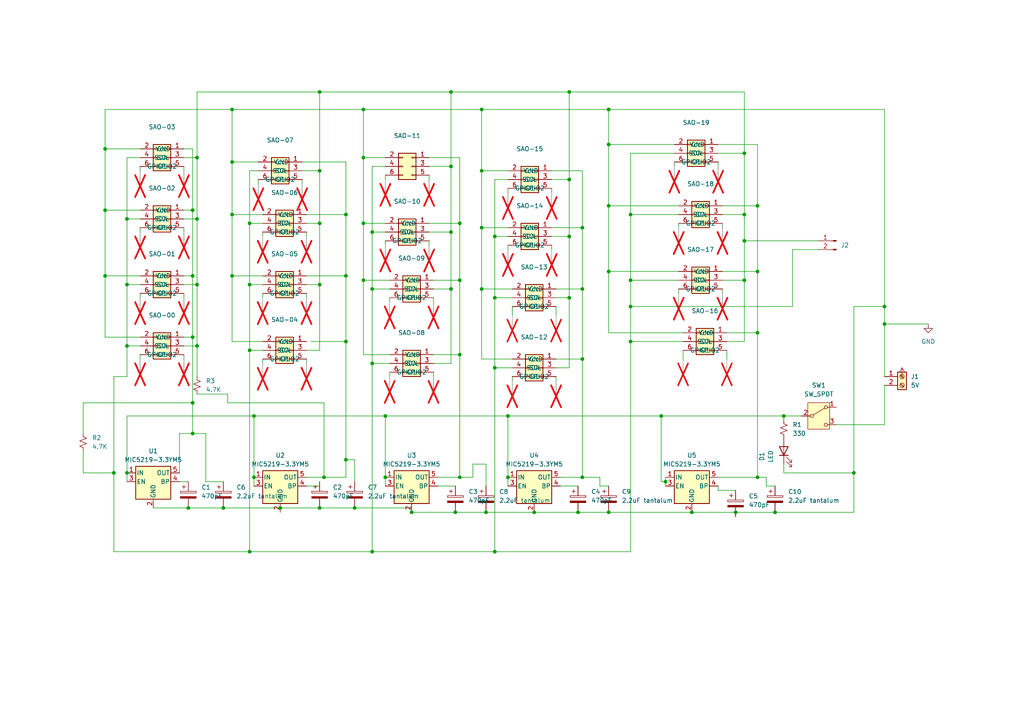
<source format=kicad_sch>
(kicad_sch (version 20231120) (generator "eeschema") (generator_version "8.0")
  (paper "A4")
  (junction (at 165.1 52.07))
  (junction (at 168.91 138.43))
  (junction (at 54.61 147.32))
  (junction (at 165.1 68.58))
  (junction (at 93.98 138.43))
  (junction (at 176.53 41.91))
  (junction (at 176.53 78.74))
  (junction (at 176.53 148.59))
  (junction (at 191.77 120.65))
  (junction (at 73.66 138.43))
  (junction (at 219.71 138.43))
  (junction (at 57.15 45.72))
  (junction (at 147.32 138.43))
  (junction (at 227.33 120.65))
  (junction (at 168.91 66.04))
  (junction (at 105.41 64.77))
  (junction (at 154.94 148.59))
  (junction (at 100.33 133.35))
  (junction (at 139.7 83.82))
  (junction (at 130.81 83.82))
  (junction (at 182.88 99.06))
  (junction (at 224.79 148.59))
  (junction (at 256.54 93.98))
  (junction (at 139.7 31.75))
  (junction (at 182.88 62.23))
  (junction (at 72.39 160.02))
  (junction (at 55.88 125.73))
  (junction (at 133.35 102.87))
  (junction (at 100.33 99.06))
  (junction (at 215.9 62.23))
  (junction (at 119.38 148.59))
  (junction (at 105.41 45.72))
  (junction (at 100.33 62.23))
  (junction (at 57.15 63.5))
  (junction (at 215.9 69.85))
  (junction (at 92.71 49.53))
  (junction (at 215.9 81.28))
  (junction (at 111.76 138.43))
  (junction (at 30.48 43.18))
  (junction (at 133.35 81.28))
  (junction (at 176.53 59.69))
  (junction (at 133.35 64.77))
  (junction (at 111.76 120.65))
  (junction (at 132.08 148.59))
  (junction (at 92.71 64.77))
  (junction (at 73.66 120.65))
  (junction (at 256.54 88.9))
  (junction (at 143.51 106.68))
  (junction (at 57.15 100.33))
  (junction (at 107.95 105.41))
  (junction (at 36.83 137.16))
  (junction (at 219.71 78.74))
  (junction (at 92.71 26.67))
  (junction (at 130.81 26.67))
  (junction (at 107.95 160.02))
  (junction (at 105.41 31.75))
  (junction (at 55.88 80.01))
  (junction (at 92.71 82.55))
  (junction (at 36.83 100.33))
  (junction (at 219.71 59.69))
  (junction (at 147.32 120.65))
  (junction (at 182.88 81.28))
  (junction (at 168.91 104.14))
  (junction (at 219.71 96.52))
  (junction (at 36.83 82.55))
  (junction (at 30.48 60.96))
  (junction (at 143.51 160.02))
  (junction (at 215.9 44.45))
  (junction (at 176.53 31.75))
  (junction (at 143.51 86.36))
  (junction (at 140.97 148.59))
  (junction (at 81.28 147.32))
  (junction (at 139.7 49.53))
  (junction (at 105.41 81.28))
  (junction (at 55.88 60.96))
  (junction (at 167.64 148.59))
  (junction (at 200.66 148.59))
  (junction (at 36.83 63.5))
  (junction (at 193.04 139.7))
  (junction (at 67.31 46.99))
  (junction (at 165.1 86.36))
  (junction (at 130.81 67.31))
  (junction (at 67.31 62.23))
  (junction (at 55.88 97.79))
  (junction (at 130.81 48.26))
  (junction (at 55.88 116.84))
  (junction (at 67.31 80.01))
  (junction (at 182.88 88.9))
  (junction (at 168.91 83.82))
  (junction (at 72.39 82.55))
  (junction (at 102.87 147.32))
  (junction (at 64.77 147.32))
  (junction (at 72.39 64.77))
  (junction (at 67.31 31.75))
  (junction (at 57.15 82.55))
  (junction (at 72.39 101.6))
  (junction (at 247.65 137.16))
  (junction (at 165.1 26.67))
  (junction (at 100.33 80.01))
  (junction (at 213.36 148.59))
  (junction (at 33.02 137.16))
  (junction (at 107.95 83.82))
  (junction (at 133.35 138.43))
  (junction (at 92.71 147.32))
  (junction (at 107.95 67.31))
  (junction (at 30.48 80.01))
  (junction (at 143.51 68.58))
  (junction (at 139.7 66.04))
  (wire (pts (xy 139.7 49.53) (xy 139.7 66.04)))
  (wire (pts (xy 53.34 102.87) (xy 53.34 104.14)))
  (wire (pts (xy 143.51 68.58) (xy 147.32 68.58)))
  (wire (pts (xy 165.1 68.58) (xy 165.1 86.36)))
  (wire (pts (xy 111.76 45.72) (xy 105.41 45.72)))
  (wire (pts (xy 160.02 54.61) (xy 160.02 55.88)))
  (wire (pts (xy 107.95 48.26) (xy 107.95 67.31)))
  (wire (pts (xy 182.88 99.06) (xy 182.88 160.02)))
  (wire (pts (xy 30.48 43.18) (xy 40.64 43.18)))
  (wire (pts (xy 247.65 148.59) (xy 247.65 137.16)))
  (wire (pts (xy 81.28 147.32) (xy 92.71 147.32)))
  (wire (pts (xy 111.76 138.43) (xy 111.76 140.97)))
  (wire (pts (xy 176.53 96.52) (xy 176.53 78.74)))
  (wire (pts (xy 182.88 88.9) (xy 182.88 81.28)))
  (wire (pts (xy 119.38 147.32) (xy 119.38 148.59)))
  (wire (pts (xy 40.64 97.79) (xy 30.48 97.79)))
  (wire (pts (xy 107.95 48.26) (xy 111.76 48.26)))
  (wire (pts (xy 107.95 105.41) (xy 113.03 105.41)))
  (wire (pts (xy 140.97 148.59) (xy 154.94 148.59)))
  (wire (pts (xy 215.9 62.23) (xy 215.9 44.45)))
  (wire (pts (xy 209.55 62.23) (xy 215.9 62.23)))
  (wire (pts (xy 36.83 82.55) (xy 40.64 82.55)))
  (wire (pts (xy 143.51 52.07) (xy 143.51 68.58)))
  (wire (pts (xy 107.95 83.82) (xy 107.95 105.41)))
  (wire (pts (xy 219.71 78.74) (xy 219.71 96.52)))
  (wire (pts (xy 182.88 99.06) (xy 198.12 99.06)))
  (wire (pts (xy 227.33 134.62) (xy 227.33 137.16)))
  (wire (pts (xy 72.39 49.53) (xy 72.39 64.77)))
  (wire (pts (xy 36.83 63.5) (xy 36.83 82.55)))
  (wire (pts (xy 143.51 106.68) (xy 148.59 106.68)))
  (wire (pts (xy 73.66 138.43) (xy 73.66 140.97)))
  (wire (pts (xy 182.88 88.9) (xy 229.87 88.9)))
  (wire (pts (xy 229.87 72.39) (xy 237.49 72.39)))
  (wire (pts (xy 176.53 148.59) (xy 200.66 148.59)))
  (wire (pts (xy 191.77 139.7) (xy 191.77 120.65)))
  (wire (pts (xy 87.63 52.07) (xy 87.63 53.34)))
  (wire (pts (xy 147.32 138.43) (xy 147.32 140.97)))
  (wire (pts (xy 165.1 52.07) (xy 165.1 68.58)))
  (wire (pts (xy 74.93 46.99) (xy 67.31 46.99)))
  (wire (pts (xy 53.34 66.04) (xy 53.34 67.31)))
  (wire (pts (xy 208.28 46.99) (xy 208.28 48.26)))
  (wire (pts (xy 53.34 97.79) (xy 55.88 97.79)))
  (wire (pts (xy 130.81 67.31) (xy 130.81 83.82)))
  (wire (pts (xy 100.33 99.06) (xy 100.33 80.01)))
  (wire (pts (xy 36.83 45.72) (xy 36.83 63.5)))
  (wire (pts (xy 125.73 86.36) (xy 125.73 87.63)))
  (wire (pts (xy 36.83 63.5) (xy 40.64 63.5)))
  (wire (pts (xy 191.77 120.65) (xy 227.33 120.65)))
  (wire (pts (xy 224.79 140.97) (xy 222.25 140.97)))
  (wire (pts (xy 168.91 83.82) (xy 168.91 104.14)))
  (wire (pts (xy 57.15 114.3) (xy 66.04 114.3)))
  (wire (pts (xy 160.02 71.12) (xy 160.02 72.39)))
  (wire (pts (xy 168.91 138.43) (xy 173.99 138.43)))
  (wire (pts (xy 88.9 104.14) (xy 88.9 105.41)))
  (wire (pts (xy 33.02 137.16) (xy 24.13 137.16)))
  (wire (pts (xy 33.02 137.16) (xy 33.02 160.02)))
  (wire (pts (xy 213.36 148.59) (xy 224.79 148.59)))
  (wire (pts (xy 40.64 85.09) (xy 40.64 86.36)))
  (wire (pts (xy 55.88 97.79) (xy 55.88 116.84)))
  (wire (pts (xy 57.15 26.67) (xy 92.71 26.67)))
  (wire (pts (xy 125.73 83.82) (xy 130.81 83.82)))
  (wire (pts (xy 176.53 59.69) (xy 176.53 41.91)))
  (wire (pts (xy 57.15 26.67) (xy 57.15 45.72)))
  (wire (pts (xy 72.39 64.77) (xy 72.39 82.55)))
  (wire (pts (xy 67.31 80.01) (xy 67.31 62.23)))
  (wire (pts (xy 53.34 45.72) (xy 57.15 45.72)))
  (wire (pts (xy 111.76 50.8) (xy 111.76 52.07)))
  (wire (pts (xy 165.1 106.68) (xy 161.29 106.68)))
  (wire (pts (xy 24.13 116.84) (xy 55.88 116.84)))
  (wire (pts (xy 139.7 83.82) (xy 139.7 66.04)))
  (wire (pts (xy 88.9 138.43) (xy 93.98 138.43)))
  (wire (pts (xy 33.02 109.22) (xy 33.02 137.16)))
  (wire (pts (xy 124.46 64.77) (xy 133.35 64.77)))
  (wire (pts (xy 161.29 109.22) (xy 161.29 110.49)))
  (wire (pts (xy 55.88 43.18) (xy 55.88 60.96)))
  (wire (pts (xy 198.12 101.6) (xy 198.12 104.14)))
  (wire (pts (xy 208.28 41.91) (xy 219.71 41.91)))
  (wire (pts (xy 107.95 105.41) (xy 107.95 160.02)))
  (wire (pts (xy 111.76 69.85) (xy 111.76 71.12)))
  (wire (pts (xy 195.58 46.99) (xy 195.58 48.26)))
  (wire (pts (xy 53.34 82.55) (xy 57.15 82.55)))
  (wire (pts (xy 102.87 133.35) (xy 100.33 133.35)))
  (wire (pts (xy 176.53 140.97) (xy 173.99 140.97)))
  (wire (pts (xy 208.28 142.24) (xy 208.28 140.97)))
  (wire (pts (xy 88.9 64.77) (xy 92.71 64.77)))
  (wire (pts (xy 72.39 101.6) (xy 76.2 101.6)))
  (wire (pts (xy 209.55 83.82) (xy 209.55 85.09)))
  (wire (pts (xy 52.07 125.73) (xy 52.07 137.16)))
  (wire (pts (xy 140.97 140.97) (xy 140.97 134.62)))
  (wire (pts (xy 227.33 120.65) (xy 232.41 120.65)))
  (wire (pts (xy 105.41 64.77) (xy 105.41 81.28)))
  (wire (pts (xy 67.31 62.23) (xy 67.31 46.99)))
  (wire (pts (xy 213.36 142.24) (xy 208.28 142.24)))
  (wire (pts (xy 176.53 41.91) (xy 195.58 41.91)))
  (wire (pts (xy 64.77 147.32) (xy 81.28 147.32)))
  (wire (pts (xy 33.02 160.02) (xy 72.39 160.02)))
  (wire (pts (xy 196.85 62.23) (xy 182.88 62.23)))
  (wire (pts (xy 182.88 62.23) (xy 182.88 81.28)))
  (wire (pts (xy 143.51 86.36) (xy 143.51 106.68)))
  (wire (pts (xy 66.04 114.3) (xy 66.04 116.84)))
  (wire (pts (xy 107.95 67.31) (xy 107.95 83.82)))
  (wire (pts (xy 92.71 147.32) (xy 102.87 147.32)))
  (wire (pts (xy 102.87 147.32) (xy 119.38 147.32)))
  (wire (pts (xy 113.03 107.95) (xy 113.03 109.22)))
  (wire (pts (xy 64.77 139.7) (xy 59.69 139.7)))
  (wire (pts (xy 147.32 54.61) (xy 147.32 55.88)))
  (wire (pts (xy 113.03 81.28) (xy 105.41 81.28)))
  (wire (pts (xy 161.29 86.36) (xy 165.1 86.36)))
  (wire (pts (xy 30.48 60.96) (xy 30.48 43.18)))
  (wire (pts (xy 143.51 86.36) (xy 148.59 86.36)))
  (wire (pts (xy 76.2 62.23) (xy 67.31 62.23)))
  (wire (pts (xy 256.54 93.98) (xy 256.54 109.22)))
  (wire (pts (xy 133.35 81.28) (xy 133.35 102.87)))
  (wire (pts (xy 133.35 102.87) (xy 133.35 138.43)))
  (wire (pts (xy 105.41 45.72) (xy 105.41 31.75)))
  (wire (pts (xy 130.81 48.26) (xy 130.81 67.31)))
  (wire (pts (xy 168.91 49.53) (xy 160.02 49.53)))
  (wire (pts (xy 100.33 99.06) (xy 100.33 133.35)))
  (wire (pts (xy 105.41 102.87) (xy 105.41 81.28)))
  (wire (pts (xy 119.38 148.59) (xy 132.08 148.59)))
  (wire (pts (xy 140.97 134.62) (xy 137.16 134.62)))
  (wire (pts (xy 182.88 81.28) (xy 196.85 81.28)))
  (wire (pts (xy 55.88 80.01) (xy 55.88 97.79)))
  (wire (pts (xy 208.28 138.43) (xy 219.71 138.43)))
  (wire (pts (xy 125.73 105.41) (xy 130.81 105.41)))
  (wire (pts (xy 176.53 78.74) (xy 176.53 59.69)))
  (wire (pts (xy 88.9 101.6) (xy 92.71 101.6)))
  (wire (pts (xy 161.29 88.9) (xy 161.29 91.44)))
  (wire (pts (xy 44.45 147.32) (xy 54.61 147.32)))
  (wire (pts (xy 160.02 68.58) (xy 165.1 68.58)))
  (wire (pts (xy 72.39 82.55) (xy 72.39 101.6)))
  (wire (pts (xy 173.99 140.97) (xy 173.99 138.43)))
  (wire (pts (xy 161.29 83.82) (xy 168.91 83.82)))
  (wire (pts (xy 36.83 120.65) (xy 36.83 137.16)))
  (wire (pts (xy 36.83 100.33) (xy 40.64 100.33)))
  (wire (pts (xy 36.83 45.72) (xy 40.64 45.72)))
  (wire (pts (xy 215.9 99.06) (xy 215.9 81.28)))
  (wire (pts (xy 219.71 41.91) (xy 219.71 59.69)))
  (wire (pts (xy 124.46 69.85) (xy 124.46 71.12)))
  (wire (pts (xy 137.16 134.62) (xy 137.16 138.43)))
  (wire (pts (xy 165.1 26.67) (xy 215.9 26.67)))
  (wire (pts (xy 229.87 88.9) (xy 229.87 72.39)))
  (wire (pts (xy 36.83 137.16) (xy 36.83 139.7)))
  (wire (pts (xy 76.2 80.01) (xy 67.31 80.01)))
  (wire (pts (xy 127 138.43) (xy 133.35 138.43)))
  (wire (pts (xy 196.85 83.82) (xy 196.85 85.09)))
  (wire (pts (xy 53.34 100.33) (xy 57.15 100.33)))
  (wire (pts (xy 143.51 160.02) (xy 182.88 160.02)))
  (wire (pts (xy 53.34 80.01) (xy 55.88 80.01)))
  (wire (pts (xy 209.55 64.77) (xy 209.55 66.04)))
  (wire (pts (xy 130.81 26.67) (xy 165.1 26.67)))
  (wire (pts (xy 133.35 64.77) (xy 133.35 81.28)))
  (wire (pts (xy 130.81 83.82) (xy 130.81 105.41)))
  (wire (pts (xy 67.31 46.99) (xy 67.31 31.75)))
  (wire (pts (xy 100.33 46.99) (xy 100.33 62.23)))
  (wire (pts (xy 55.88 116.84) (xy 55.88 125.73)))
  (wire (pts (xy 107.95 83.82) (xy 113.03 83.82)))
  (wire (pts (xy 55.88 125.73) (xy 52.07 125.73)))
  (wire (pts (xy 193.04 139.7) (xy 191.77 139.7)))
  (wire (pts (xy 160.02 52.07) (xy 165.1 52.07)))
  (wire (pts (xy 73.66 138.43) (xy 73.66 120.65)))
  (wire (pts (xy 67.31 99.06) (xy 67.31 80.01)))
  (wire (pts (xy 219.71 96.52) (xy 219.71 138.43)))
  (wire (pts (xy 176.53 31.75) (xy 256.54 31.75)))
  (wire (pts (xy 87.63 46.99) (xy 100.33 46.99)))
  (wire (pts (xy 247.65 88.9) (xy 256.54 88.9)))
  (wire (pts (xy 52.07 139.7) (xy 54.61 139.7)))
  (wire (pts (xy 210.82 96.52) (xy 219.71 96.52)))
  (wire (pts (xy 111.76 64.77) (xy 105.41 64.77)))
  (wire (pts (xy 209.55 78.74) (xy 219.71 78.74)))
  (wire (pts (xy 161.29 104.14) (xy 168.91 104.14)))
  (wire (pts (xy 208.28 44.45) (xy 215.9 44.45)))
  (wire (pts (xy 105.41 45.72) (xy 105.41 64.77)))
  (wire (pts (xy 92.71 140.97) (xy 92.71 139.7)))
  (wire (pts (xy 215.9 62.23) (xy 215.9 69.85)))
  (wire (pts (xy 139.7 31.75) (xy 139.7 49.53)))
  (wire (pts (xy 36.83 82.55) (xy 36.83 100.33)))
  (wire (pts (xy 53.34 85.09) (xy 53.34 86.36)))
  (wire (pts (xy 59.69 139.7) (xy 59.69 125.73)))
  (wire (pts (xy 196.85 64.77) (xy 196.85 66.04)))
  (wire (pts (xy 148.59 104.14) (xy 139.7 104.14)))
  (wire (pts (xy 88.9 67.31) (xy 88.9 68.58)))
  (wire (pts (xy 40.64 66.04) (xy 40.64 67.31)))
  (wire (pts (xy 165.1 86.36) (xy 165.1 106.68)))
  (wire (pts (xy 36.83 109.22) (xy 33.02 109.22)))
  (wire (pts (xy 57.15 45.72) (xy 57.15 63.5)))
  (wire (pts (xy 73.66 120.65) (xy 111.76 120.65)))
  (wire (pts (xy 88.9 140.97) (xy 92.71 140.97)))
  (wire (pts (xy 193.04 139.7) (xy 193.04 140.97)))
  (wire (pts (xy 53.34 63.5) (xy 57.15 63.5)))
  (wire (pts (xy 148.59 88.9) (xy 148.59 91.44)))
  (wire (pts (xy 139.7 49.53) (xy 147.32 49.53)))
  (wire (pts (xy 73.66 120.65) (xy 36.83 120.65)))
  (wire (pts (xy 147.32 120.65) (xy 147.32 138.43)))
  (wire (pts (xy 88.9 62.23) (xy 100.33 62.23)))
  (wire (pts (xy 125.73 81.28) (xy 133.35 81.28)))
  (wire (pts (xy 209.55 81.28) (xy 215.9 81.28)))
  (wire (pts (xy 256.54 123.19) (xy 256.54 111.76)))
  (wire (pts (xy 222.25 138.43) (xy 222.25 140.97)))
  (wire (pts (xy 162.56 140.97) (xy 167.64 140.97)))
  (wire (pts (xy 139.7 31.75) (xy 176.53 31.75)))
  (wire (pts (xy 200.66 148.59) (xy 213.36 148.59)))
  (wire (pts (xy 209.55 59.69) (xy 219.71 59.69)))
  (wire (pts (xy 100.33 80.01) (xy 88.9 80.01)))
  (wire (pts (xy 176.53 59.69) (xy 196.85 59.69)))
  (wire (pts (xy 227.33 137.16) (xy 247.65 137.16)))
  (wire (pts (xy 76.2 67.31) (xy 76.2 68.58)))
  (wire (pts (xy 256.54 88.9) (xy 256.54 93.98)))
  (wire (pts (xy 215.9 69.85) (xy 237.49 69.85)))
  (wire (pts (xy 168.91 66.04) (xy 168.91 49.53)))
  (wire (pts (xy 195.58 44.45) (xy 182.88 44.45)))
  (wire (pts (xy 127 140.97) (xy 132.08 140.97)))
  (wire (pts (xy 162.56 138.43) (xy 168.91 138.43)))
  (wire (pts (xy 57.15 100.33) (xy 57.15 109.22)))
  (wire (pts (xy 72.39 160.02) (xy 107.95 160.02)))
  (wire (pts (xy 57.15 63.5) (xy 57.15 82.55)))
  (wire (pts (xy 215.9 69.85) (xy 215.9 81.28)))
  (wire (pts (xy 247.65 137.16) (xy 247.65 88.9)))
  (wire (pts (xy 193.04 138.43) (xy 193.04 139.7)))
  (wire (pts (xy 92.71 49.53) (xy 92.71 64.77)))
  (wire (pts (xy 24.13 116.84) (xy 24.13 125.73)))
  (wire (pts (xy 40.64 80.01) (xy 30.48 80.01)))
  (wire (pts (xy 176.53 78.74) (xy 196.85 78.74)))
  (wire (pts (xy 30.48 31.75) (xy 67.31 31.75)))
  (wire (pts (xy 76.2 99.06) (xy 67.31 99.06)))
  (wire (pts (xy 219.71 59.69) (xy 219.71 78.74)))
  (wire (pts (xy 72.39 64.77) (xy 76.2 64.77)))
  (wire (pts (xy 100.33 62.23) (xy 100.33 80.01)))
  (wire (pts (xy 113.03 86.36) (xy 113.03 87.63)))
  (wire (pts (xy 182.88 44.45) (xy 182.88 62.23)))
  (wire (pts (xy 242.57 123.19) (xy 256.54 123.19)))
  (wire (pts (xy 76.2 104.14) (xy 76.2 105.41)))
  (wire (pts (xy 133.35 138.43) (xy 137.16 138.43)))
  (wire (pts (xy 102.87 139.7) (xy 102.87 133.35)))
  (wire (pts (xy 30.48 80.01) (xy 30.48 60.96)))
  (wire (pts (xy 139.7 66.04) (xy 147.32 66.04)))
  (wire (pts (xy 53.34 60.96) (xy 55.88 60.96)))
  (wire (pts (xy 40.64 48.26) (xy 40.64 49.53)))
  (wire (pts (xy 215.9 44.45) (xy 215.9 26.67)))
  (wire (pts (xy 213.36 148.59) (xy 213.36 149.86)))
  (wire (pts (xy 182.88 99.06) (xy 182.88 88.9)))
  (wire (pts (xy 30.48 97.79) (xy 30.48 80.01)))
  (wire (pts (xy 227.33 120.65) (xy 227.33 121.92)))
  (wire (pts (xy 219.71 138.43) (xy 222.25 138.43)))
  (wire (pts (xy 81.28 147.32) (xy 81.28 148.59)))
  (wire (pts (xy 40.64 102.87) (xy 40.64 104.14)))
  (wire (pts (xy 55.88 60.96) (xy 55.88 80.01)))
  (wire (pts (xy 165.1 26.67) (xy 165.1 52.07)))
  (wire (pts (xy 124.46 50.8) (xy 124.46 52.07)))
  (wire (pts (xy 87.63 49.53) (xy 92.71 49.53)))
  (wire (pts (xy 256.54 31.75) (xy 256.54 88.9)))
  (wire (pts (xy 66.04 116.84) (xy 93.98 116.84)))
  (wire (pts (xy 210.82 99.06) (xy 215.9 99.06)))
  (wire (pts (xy 72.39 101.6) (xy 72.39 160.02)))
  (wire (pts (xy 30.48 31.75) (xy 30.48 43.18)))
  (wire (pts (xy 113.03 102.87) (xy 105.41 102.87)))
  (wire (pts (xy 132.08 148.59) (xy 140.97 148.59)))
  (wire (pts (xy 154.94 148.59) (xy 167.64 148.59)))
  (wire (pts (xy 93.98 116.84) (xy 93.98 138.43)))
  (wire (pts (xy 74.93 52.07) (xy 74.93 53.34)))
  (wire (pts (xy 92.71 26.67) (xy 92.71 49.53)))
  (wire (pts (xy 147.32 120.65) (xy 191.77 120.65)))
  (wire (pts (xy 167.64 148.59) (xy 176.53 148.59)))
  (wire (pts (xy 124.46 45.72) (xy 133.35 45.72)))
  (wire (pts (xy 36.83 100.33) (xy 36.83 109.22)))
  (wire (pts (xy 124.46 67.31) (xy 130.81 67.31)))
  (wire (pts (xy 160.02 66.04) (xy 168.91 66.04)))
  (wire (pts (xy 54.61 147.32) (xy 64.77 147.32)))
  (wire (pts (xy 210.82 101.6) (xy 210.82 104.14)))
  (wire (pts (xy 76.2 85.09) (xy 76.2 86.36)))
  (wire (pts (xy 72.39 49.53) (xy 74.93 49.53)))
  (wire (pts (xy 130.81 26.67) (xy 130.81 48.26)))
  (wire (pts (xy 125.73 102.87) (xy 133.35 102.87)))
  (wire (pts (xy 92.71 26.67) (xy 130.81 26.67)))
  (wire (pts (xy 168.91 104.14) (xy 168.91 138.43)))
  (wire (pts (xy 92.71 64.77) (xy 92.71 82.55)))
  (wire (pts (xy 67.31 31.75) (xy 105.41 31.75)))
  (wire (pts (xy 24.13 137.16) (xy 24.13 130.81)))
  (wire (pts (xy 176.53 41.91) (xy 176.53 31.75)))
  (wire (pts (xy 53.34 48.26) (xy 53.34 49.53)))
  (wire (pts (xy 168.91 83.82) (xy 168.91 66.04)))
  (wire (pts (xy 111.76 120.65) (xy 111.76 138.43)))
  (wire (pts (xy 198.12 96.52) (xy 176.53 96.52)))
  (wire (pts (xy 53.34 43.18) (xy 55.88 43.18)))
  (wire (pts (xy 133.35 45.72) (xy 133.35 64.77)))
  (wire (pts (xy 148.59 109.22) (xy 148.59 110.49)))
  (wire (pts (xy 139.7 104.14) (xy 139.7 83.82)))
  (wire (pts (xy 93.98 138.43) (xy 100.33 138.43)))
  (wire (pts (xy 269.24 93.98) (xy 256.54 93.98)))
  (wire (pts (xy 147.32 71.12) (xy 147.32 72.39)))
  (wire (pts (xy 107.95 67.31) (xy 111.76 67.31)))
  (wire (pts (xy 224.79 148.59) (xy 247.65 148.59)))
  (wire (pts (xy 107.95 160.02) (xy 143.51 160.02)))
  (wire (pts (xy 100.33 133.35) (xy 100.33 138.43)))
  (wire (pts (xy 139.7 83.82) (xy 148.59 83.82)))
  (wire (pts (xy 57.15 82.55) (xy 57.15 100.33)))
  (wire (pts (xy 111.76 120.65) (xy 147.32 120.65)))
  (wire (pts (xy 88.9 82.55) (xy 92.71 82.55)))
  (wire (pts (xy 92.71 82.55) (xy 92.71 101.6)))
  (wire (pts (xy 143.51 52.07) (xy 147.32 52.07)))
  (wire (pts (xy 59.69 125.73) (xy 55.88 125.73)))
  (wire (pts (xy 143.51 106.68) (xy 143.51 160.02)))
  (wire (pts (xy 72.39 82.55) (xy 76.2 82.55)))
  (wire (pts (xy 105.41 31.75) (xy 139.7 31.75)))
  (wire (pts (xy 90.17 99.06) (xy 100.33 99.06)))
  (wire (pts (xy 125.73 107.95) (xy 125.73 109.22)))
  (wire (pts (xy 124.46 48.26) (xy 130.81 48.26)))
  (wire (pts (xy 40.64 60.96) (xy 30.48 60.96)))
  (wire (pts (xy 143.51 68.58) (xy 143.51 86.36)))
  (wire (pts (xy 88.9 85.09) (xy 88.9 86.36)))
  (symbol (lib_id "Regulator_Linear:MIC5219-3.3YM5") (at 44.45 139.7 0) (unit 1)
    (property "Reference" "U1" (at 44.45 130.81 0))
    (property "Value" "MIC5219-3.3YM5" (at 44.45 133.35 0))
    (property "Footprint" "Package_TO_SOT_SMD:SOT-23-5" (effects (hide yes)))
    (property "Datasheet" "http://ww1.microchip.com/downloads/en/DeviceDoc/MIC5219-500mA-Peak-Output-LDO-Regulator-DS20006021A.pdf" (effects (hide yes)))
    (property "Description" "500mA low dropout linear regulator, fixed 3.3V output, SOT-23-5" (effects (hide yes)))
  )
  (symbol (lib_id "Regulator_Linear:MIC5219-3.3YM5") (at 119.38 140.97 0) (unit 1)
    (property "Reference" "U3" (at 119.38 132.08 0))
    (property "Value" "MIC5219-3.3YM5" (at 119.38 134.62 0))
    (property "Footprint" "Package_TO_SOT_SMD:SOT-23-5" (effects (hide yes)))
    (property "Datasheet" "http://ww1.microchip.com/downloads/en/DeviceDoc/MIC5219-500mA-Peak-Output-LDO-Regulator-DS20006021A.pdf" (effects (hide yes)))
    (property "Description" "500mA low dropout linear regulator, fixed 3.3V output, SOT-23-5" (effects (hide yes)))
  )
  (symbol (lib_name "Conn_01x01_Pin_7") (lib_id "Connector:Conn_01x01_Pin") (at 111.76 76.2 90) (unit 1) (dnp yes)
    (property "Reference" "J23" (effects (hide yes)))
    (property "Value" "Conn_01x01_Pin" (effects (hide yes)))
    (property "Footprint" "Connector_PinHeader_2.54mm:PinHeader_1x01_P2.54mm_Horizontal" (effects (hide yes)))
    (property "Description" "Generic connector, single row, 01x01, script generated" (effects (hide yes)))
  )
  (symbol (lib_name "SAO_1") (lib_id "SAO:SAO") (at 201.93 81.28 0) (unit 1)
    (property "Reference" "SAO-17" (at 203.2 72.39 0))
    (property "Value" "SAO" (effects (hide yes)))
    (property "Footprint" "Connector_PinHeader_2.54mm:PinHeader_2x03_P2.54mm_Vertical" (effects (hide yes)))
  )
  (symbol (lib_id "Device:C_Polarized") (at 213.36 146.05 0) (unit 1)
    (property "Reference" "C5" (at 217.17 143.8909 0) (effects (justify left)))
    (property "Value" "470pF" (at 217.17 146.4309 0) (effects (justify left)))
    (property "Footprint" "Inductor_SMD:L_1008_2520Metric" (effects (hide yes)))
    (property "Description" "Polarized capacitor" (effects (hide yes)))
  )
  (symbol (lib_name "Conn_01x01_Pin_7") (lib_id "Connector:Conn_01x01_Pin") (at 124.46 76.2 90) (unit 1) (dnp yes)
    (property "Reference" "J24" (effects (hide yes)))
    (property "Value" "Conn_01x01_Pin" (effects (hide yes)))
    (property "Footprint" "Connector_PinHeader_2.54mm:PinHeader_1x01_P2.54mm_Horizontal" (effects (hide yes)))
    (property "Description" "Generic connector, single row, 01x01, script generated" (effects (hide yes)))
  )
  (symbol (lib_name "Conn_01x01_Pin_7") (lib_id "Connector:Conn_01x01_Pin") (at 195.58 53.34 90) (unit 1) (dnp yes)
    (property "Reference" "J35" (effects (hide yes)))
    (property "Value" "Conn_01x01_Pin" (effects (hide yes)))
    (property "Footprint" "Connector_PinHeader_2.54mm:PinHeader_1x01_P2.54mm_Horizontal" (effects (hide yes)))
    (property "Description" "Generic connector, single row, 01x01, script generated" (effects (hide yes)))
  )
  (symbol (lib_name "SAO_13") (lib_id "SAO:SAO") (at 116.84 67.31 0) (unit 1)
    (property "Reference" "SAO-10" (at 118.11 58.42 0))
    (property "Value" "SAO" (effects (hide yes)))
    (property "Footprint" "Connector_PinHeader_2.54mm:PinHeader_2x03_P2.54mm_Vertical" (effects (hide yes)))
  )
  (symbol (lib_id "Regulator_Linear:MIC5219-3.3YM5") (at 81.28 140.97 0) (unit 1)
    (property "Reference" "U2" (at 81.28 132.08 0))
    (property "Value" "MIC5219-3.3YM5" (at 81.28 134.62 0))
    (property "Footprint" "Package_TO_SOT_SMD:SOT-23-5" (effects (hide yes)))
    (property "Datasheet" "http://ww1.microchip.com/downloads/en/DeviceDoc/MIC5219-500mA-Peak-Output-LDO-Regulator-DS20006021A.pdf" (effects (hide yes)))
    (property "Description" "500mA low dropout linear regulator, fixed 3.3V output, SOT-23-5" (effects (hide yes)))
  )
  (symbol (lib_name "SAO_8") (lib_id "SAO:SAO") (at 81.28 82.55 0) (unit 1)
    (property "Reference" "SAO-05" (at 82.55 73.66 0))
    (property "Value" "SAO" (effects (hide yes)))
    (property "Footprint" "Connector_PinHeader_2.54mm:PinHeader_2x03_P2.54mm_Vertical" (effects (hide yes)))
  )
  (symbol (lib_id "Connector:Conn_01x01_Pin") (at 40.64 54.61 90) (unit 1) (dnp yes)
    (property "Reference" "J4" (effects (hide yes)))
    (property "Value" "Conn_01x01_Pin" (effects (hide yes)))
    (property "Footprint" "Connector_PinHeader_2.54mm:PinHeader_1x01_P2.54mm_Horizontal" (effects (hide yes)))
    (property "Description" "Generic connector, single row, 01x01, script generated" (effects (hide yes)))
  )
  (symbol (lib_name "Conn_01x01_Pin_7") (lib_id "Connector:Conn_01x01_Pin") (at 87.63 58.42 90) (unit 1) (dnp yes)
    (property "Reference" "J12" (effects (hide yes)))
    (property "Value" "Conn_01x01_Pin" (effects (hide yes)))
    (property "Footprint" "Connector_PinHeader_2.54mm:PinHeader_1x01_P2.54mm_Horizontal" (effects (hide yes)))
    (property "Description" "Generic connector, single row, 01x01, script generated" (effects (hide yes)))
  )
  (symbol (lib_id "Device:C_Polarized") (at 224.79 144.78 0) (unit 1)
    (property "Reference" "C10" (at 228.6 142.6209 0) (effects (justify left)))
    (property "Value" "2.2uF tantalum" (at 228.6 145.1609 0) (effects (justify left)))
    (property "Footprint" "Inductor_SMD:L_1008_2520Metric" (effects (hide yes)))
    (property "Description" "Polarized capacitor" (effects (hide yes)))
  )
  (symbol (lib_name "Conn_01x01_Pin_7") (lib_id "Connector:Conn_01x01_Pin") (at 88.9 73.66 90) (unit 1) (dnp yes)
    (property "Reference" "J13" (effects (hide yes)))
    (property "Value" "Conn_01x01_Pin" (effects (hide yes)))
    (property "Footprint" "Connector_PinHeader_2.54mm:PinHeader_1x01_P2.54mm_Horizontal" (effects (hide yes)))
    (property "Description" "Generic connector, single row, 01x01, script generated" (effects (hide yes)))
  )
  (symbol (lib_name "Conn_01x01_Pin_7") (lib_id "Connector:Conn_01x01_Pin") (at 76.2 91.44 90) (unit 1) (dnp yes)
    (property "Reference" "J15" (effects (hide yes)))
    (property "Value" "Conn_01x01_Pin" (effects (hide yes)))
    (property "Footprint" "Connector_PinHeader_2.54mm:PinHeader_1x01_P2.54mm_Horizontal" (effects (hide yes)))
    (property "Description" "Generic connector, single row, 01x01, script generated" (effects (hide yes)))
  )
  (symbol (lib_id "Regulator_Linear:MIC5219-3.3YM5") (at 154.94 140.97 0) (unit 1)
    (property "Reference" "U4" (at 154.94 132.08 0))
    (property "Value" "MIC5219-3.3YM5" (at 154.94 134.62 0))
    (property "Footprint" "Package_TO_SOT_SMD:SOT-23-5" (effects (hide yes)))
    (property "Datasheet" "http://ww1.microchip.com/downloads/en/DeviceDoc/MIC5219-500mA-Peak-Output-LDO-Regulator-DS20006021A.pdf" (effects (hide yes)))
    (property "Description" "500mA low dropout linear regulator, fixed 3.3V output, SOT-23-5" (effects (hide yes)))
  )
  (symbol (lib_name "Conn_01x01_Pin_7") (lib_id "Connector:Conn_01x01_Pin") (at 209.55 71.12 90) (unit 1) (dnp yes)
    (property "Reference" "J37" (effects (hide yes)))
    (property "Value" "Conn_01x01_Pin" (effects (hide yes)))
    (property "Footprint" "Connector_PinHeader_2.54mm:PinHeader_1x01_P2.54mm_Horizontal" (effects (hide yes)))
    (property "Description" "Generic connector, single row, 01x01, script generated" (effects (hide yes)))
  )
  (symbol (lib_name "Conn_01x01_Pin_7") (lib_id "Connector:Conn_01x01_Pin") (at 210.82 109.22 90) (unit 1) (dnp yes)
    (property "Reference" "J42" (effects (hide yes)))
    (property "Value" "Conn_01x01_Pin" (effects (hide yes)))
    (property "Footprint" "Connector_PinHeader_2.54mm:PinHeader_1x01_P2.54mm_Horizontal" (effects (hide yes)))
    (property "Description" "Generic connector, single row, 01x01, script generated" (effects (hide yes)))
  )
  (symbol (lib_name "Conn_01x01_Pin_7") (lib_id "Connector:Conn_01x01_Pin") (at 160.02 77.47 90) (unit 1) (dnp yes)
    (property "Reference" "J29" (effects (hide yes)))
    (property "Value" "Conn_01x01_Pin" (effects (hide yes)))
    (property "Footprint" "Connector_PinHeader_2.54mm:PinHeader_1x01_P2.54mm_Horizontal" (effects (hide yes)))
    (property "Description" "Generic connector, single row, 01x01, script generated" (effects (hide yes)))
  )
  (symbol (lib_name "SAO_15") (lib_id "SAO:SAO") (at 153.67 86.36 0) (unit 1)
    (property "Reference" "SAO-13" (at 154.94 77.47 0))
    (property "Value" "SAO" (effects (hide yes)))
    (property "Footprint" "Connector_PinHeader_2.54mm:PinHeader_2x03_P2.54mm_Vertical" (effects (hide yes)))
  )
  (symbol (lib_name "SAO_19") (lib_id "SAO:SAO") (at 201.93 62.23 0) (unit 1)
    (property "Reference" "SAO-18" (at 203.2 53.34 0))
    (property "Value" "SAO" (effects (hide yes)))
    (property "Footprint" "Connector_PinHeader_2.54mm:PinHeader_2x03_P2.54mm_Vertical" (effects (hide yes)))
  )
  (symbol (lib_name "SAO_12") (lib_id "SAO:SAO") (at 118.11 83.82 0) (unit 1)
    (property "Reference" "SAO-09" (at 119.38 74.93 0))
    (property "Value" "SAO" (effects (hide yes)))
    (property "Footprint" "Connector_PinHeader_2.54mm:PinHeader_2x03_P2.54mm_Vertical" (effects (hide yes)))
  )
  (symbol (lib_name "Conn_01x01_Pin_6") (lib_id "Connector:Conn_01x01_Pin") (at 53.34 72.39 90) (unit 1) (dnp yes)
    (property "Reference" "J6" (effects (hide yes)))
    (property "Value" "Conn_01x01_Pin" (effects (hide yes)))
    (property "Footprint" "Connector_PinHeader_2.54mm:PinHeader_1x01_P2.54mm_Horizontal" (effects (hide yes)))
    (property "Description" "Generic connector, single row, 01x01, script generated" (effects (hide yes)))
  )
  (symbol (lib_name "Conn_01x01_Pin_7") (lib_id "Connector:Conn_01x01_Pin") (at 161.29 115.57 90) (unit 1) (dnp yes)
    (property "Reference" "J34" (effects (hide yes)))
    (property "Value" "Conn_01x01_Pin" (effects (hide yes)))
    (property "Footprint" "Connector_PinHeader_2.54mm:PinHeader_1x01_P2.54mm_Horizontal" (effects (hide yes)))
    (property "Description" "Generic connector, single row, 01x01, script generated" (effects (hide yes)))
  )
  (symbol (lib_name "Conn_01x01_Pin_7") (lib_id "Connector:Conn_01x01_Pin") (at 198.12 109.22 90) (unit 1) (dnp yes)
    (property "Reference" "J41" (effects (hide yes)))
    (property "Value" "Conn_01x01_Pin" (effects (hide yes)))
    (property "Footprint" "Connector_PinHeader_2.54mm:PinHeader_1x01_P2.54mm_Horizontal" (effects (hide yes)))
    (property "Description" "Generic connector, single row, 01x01, script generated" (effects (hide yes)))
  )
  (symbol (lib_name "Conn_01x01_Pin_7") (lib_id "Connector:Conn_01x01_Pin") (at 124.46 57.15 90) (unit 1) (dnp yes)
    (property "Reference" "J25" (effects (hide yes)))
    (property "Value" "Conn_01x01_Pin" (effects (hide yes)))
    (property "Footprint" "Connector_PinHeader_2.54mm:PinHeader_1x01_P2.54mm_Horizontal" (effects (hide yes)))
    (property "Description" "Generic connector, single row, 01x01, script generated" (effects (hide yes)))
  )
  (symbol (lib_id "Device:C_Polarized") (at 64.77 143.51 0) (unit 1)
    (property "Reference" "C6" (at 68.58 141.3509 0) (effects (justify left)))
    (property "Value" "2.2uF tantalum" (at 68.58 143.8909 0) (effects (justify left)))
    (property "Footprint" "Inductor_SMD:L_1008_2520Metric" (effects (hide yes)))
    (property "Description" "Polarized capacitor" (effects (hide yes)))
  )
  (symbol (lib_name "SAO_4") (lib_id "SAO:SAO") (at 45.72 63.5 0) (unit 1)
    (property "Reference" "SAO-02" (at 46.99 54.61 0))
    (property "Value" "SAO" (effects (hide yes)))
    (property "Footprint" "Connector_PinHeader_2.54mm:PinHeader_2x03_P2.54mm_Vertical" (effects (hide yes)))
  )
  (symbol (lib_id "Device:C_Polarized") (at 92.71 143.51 0) (unit 1)
    (property "Reference" "C2" (at 96.52 141.3509 0) (effects (justify left)))
    (property "Value" "470pF" (at 96.52 143.8909 0) (effects (justify left)))
    (property "Footprint" "Inductor_SMD:L_1008_2520Metric" (effects (hide yes)))
    (property "Description" "Polarized capacitor" (effects (hide yes)))
  )
  (symbol (lib_id "Connector:Conn_01x02_Pin") (at 242.57 69.85 0) (mirror y) (unit 1)
    (property "Reference" "J2" (at 243.84 71.1199 0) (effects (justify right)))
    (property "Footprint" "Connector_PinHeader_2.54mm:PinHeader_1x02_P2.54mm_Vertical" (effects (hide yes)))
    (property "Description" "Generic connector, single row, 01x02, script generated" (effects (hide yes)))
  )
  (symbol (lib_name "Conn_01x01_Pin_3") (lib_id "Connector:Conn_01x01_Pin") (at 53.34 91.44 90) (unit 1) (dnp yes)
    (property "Reference" "J7" (effects (hide yes)))
    (property "Value" "Conn_01x01_Pin" (effects (hide yes)))
    (property "Footprint" "Connector_PinHeader_2.54mm:PinHeader_1x01_P2.54mm_Horizontal" (effects (hide yes)))
    (property "Description" "Generic connector, single row, 01x01, script generated" (effects (hide yes)))
  )
  (symbol (lib_name "Conn_01x01_Pin_7") (lib_id "Connector:Conn_01x01_Pin") (at 209.55 90.17 90) (unit 1) (dnp yes)
    (property "Reference" "J40" (effects (hide yes)))
    (property "Value" "Conn_01x01_Pin" (effects (hide yes)))
    (property "Footprint" "Connector_PinHeader_2.54mm:PinHeader_1x01_P2.54mm_Horizontal" (effects (hide yes)))
    (property "Description" "Generic connector, single row, 01x01, script generated" (effects (hide yes)))
  )
  (symbol (lib_name "SAO_17") (lib_id "SAO:SAO") (at 152.4 52.07 0) (unit 1)
    (property "Reference" "SAO-15" (at 153.67 43.18 0))
    (property "Value" "SAO" (effects (hide yes)))
    (property "Footprint" "Connector_PinHeader_2.54mm:PinHeader_2x03_P2.54mm_Vertical" (effects (hide yes)))
  )
  (symbol (lib_name "SAO_3") (lib_id "SAO:SAO") (at 45.72 45.72 0) (unit 1)
    (property "Reference" "SAO-03" (at 46.99 36.83 0))
    (property "Value" "SAO" (effects (hide yes)))
    (property "Footprint" "Connector_PinHeader_2.54mm:PinHeader_2x03_P2.54mm_Vertical" (effects (hide yes)))
  )
  (symbol (lib_name "Conn_01x01_Pin_7") (lib_id "Connector:Conn_01x01_Pin") (at 88.9 91.44 90) (unit 1) (dnp yes)
    (property "Reference" "J16" (effects (hide yes)))
    (property "Value" "Conn_01x01_Pin" (effects (hide yes)))
    (property "Footprint" "Connector_PinHeader_2.54mm:PinHeader_1x01_P2.54mm_Horizontal" (effects (hide yes)))
    (property "Description" "Generic connector, single row, 01x01, script generated" (effects (hide yes)))
  )
  (symbol (lib_name "Conn_01x01_Pin_7") (lib_id "Connector:Conn_01x01_Pin") (at 196.85 90.17 90) (unit 1) (dnp yes)
    (property "Reference" "J39" (effects (hide yes)))
    (property "Value" "Conn_01x01_Pin" (effects (hide yes)))
    (property "Footprint" "Connector_PinHeader_2.54mm:PinHeader_1x01_P2.54mm_Horizontal" (effects (hide yes)))
    (property "Description" "Generic connector, single row, 01x01, script generated" (effects (hide yes)))
  )
  (symbol (lib_id "Device:R_Small_US") (at 57.15 111.76 0) (unit 1)
    (property "Reference" "R3" (at 59.69 110.4899 0) (effects (justify left)))
    (property "Value" "4.7K" (at 59.69 113.0299 0) (effects (justify left)))
    (property "Footprint" "Inductor_SMD:L_1008_2520Metric" (effects (hide yes)))
    (property "Description" "Resistor, small US symbol" (effects (hide yes)))
  )
  (symbol (lib_name "SAO_9") (lib_id "SAO:SAO") (at 81.28 64.77 0) (unit 1)
    (property "Reference" "SAO-06" (at 82.55 55.88 0))
    (property "Value" "SAO" (effects (hide yes)))
    (property "Footprint" "Connector_PinHeader_2.54mm:PinHeader_2x03_P2.54mm_Vertical" (effects (hide yes)))
  )
  (symbol (lib_name "SAO_18") (lib_id "SAO:SAO") (at 200.66 44.45 0) (unit 1)
    (property "Reference" "SAO-19" (at 201.93 35.56 0))
    (property "Value" "SAO" (effects (hide yes)))
    (property "Footprint" "Connector_PinHeader_2.54mm:PinHeader_2x03_P2.54mm_Vertical" (effects (hide yes)))
  )
  (symbol (lib_name "Conn_01x01_Pin_7") (lib_id "Connector:Conn_01x01_Pin") (at 76.2 110.49 90) (unit 1) (dnp yes)
    (property "Reference" "J18" (effects (hide yes)))
    (property "Value" "Conn_01x01_Pin" (effects (hide yes)))
    (property "Footprint" "Connector_PinHeader_2.54mm:PinHeader_1x01_P2.54mm_Horizontal" (effects (hide yes)))
    (property "Description" "Generic connector, single row, 01x01, script generated" (effects (hide yes)))
  )
  (symbol (lib_name "Conn_01x01_Pin_7") (lib_id "Connector:Conn_01x01_Pin") (at 160.02 60.96 90) (unit 1) (dnp yes)
    (property "Reference" "J28" (effects (hide yes)))
    (property "Value" "Conn_01x01_Pin" (effects (hide yes)))
    (property "Footprint" "Connector_PinHeader_2.54mm:PinHeader_1x01_P2.54mm_Horizontal" (effects (hide yes)))
    (property "Description" "Generic connector, single row, 01x01, script generated" (effects (hide yes)))
  )
  (symbol (lib_id "Device:R_Small_US") (at 227.33 124.46 0) (unit 1)
    (property "Reference" "R1" (at 229.87 123.1899 0) (effects (justify left)))
    (property "Value" "330" (at 229.87 125.7299 0) (effects (justify left)))
    (property "Footprint" "Inductor_SMD:L_1008_2520Metric" (effects (hide yes)))
    (property "Description" "Resistor, small US symbol" (effects (hide yes)))
  )
  (symbol (lib_id "Device:C_Polarized") (at 176.53 144.78 0) (unit 1)
    (property "Reference" "C9" (at 180.34 142.6209 0) (effects (justify left)))
    (property "Value" "2.2uF tantalum" (at 180.34 145.1609 0) (effects (justify left)))
    (property "Footprint" "Inductor_SMD:L_1008_2520Metric" (effects (hide yes)))
    (property "Description" "Polarized capacitor" (effects (hide yes)))
  )
  (symbol (lib_id "Regulator_Linear:MIC5219-3.3YM5") (at 200.66 140.97 0) (unit 1)
    (property "Reference" "U5" (at 200.66 132.08 0))
    (property "Value" "MIC5219-3.3YM5" (at 200.66 134.62 0))
    (property "Footprint" "Package_TO_SOT_SMD:SOT-23-5" (effects (hide yes)))
    (property "Datasheet" "http://ww1.microchip.com/downloads/en/DeviceDoc/MIC5219-500mA-Peak-Output-LDO-Regulator-DS20006021A.pdf" (effects (hide yes)))
    (property "Description" "500mA low dropout linear regulator, fixed 3.3V output, SOT-23-5" (effects (hide yes)))
  )
  (symbol (lib_name "Conn_01x01_Pin_7") (lib_id "Connector:Conn_01x01_Pin") (at 113.03 114.3 90) (unit 1) (dnp yes)
    (property "Reference" "J19" (effects (hide yes)))
    (property "Value" "Conn_01x01_Pin" (effects (hide yes)))
    (property "Footprint" "Connector_PinHeader_2.54mm:PinHeader_1x01_P2.54mm_Horizontal" (effects (hide yes)))
    (property "Description" "Generic connector, single row, 01x01, script generated" (effects (hide yes)))
  )
  (symbol (lib_id "Device:C_Polarized") (at 54.61 143.51 0) (unit 1)
    (property "Reference" "C1" (at 58.42 141.3509 0) (effects (justify left)))
    (property "Value" "470pF" (at 58.42 143.8909 0) (effects (justify left)))
    (property "Footprint" "Inductor_SMD:L_1008_2520Metric" (effects (hide yes)))
    (property "Description" "Polarized capacitor" (effects (hide yes)))
  )
  (symbol (lib_name "SAO_10") (lib_id "SAO:SAO") (at 80.01 49.53 0) (unit 1)
    (property "Reference" "SAO-07" (at 81.28 40.64 0))
    (property "Value" "SAO" (effects (hide yes)))
    (property "Footprint" "Connector_PinHeader_2.54mm:PinHeader_2x03_P2.54mm_Vertical" (effects (hide yes)))
  )
  (symbol (lib_name "Conn_01x01_Pin_7") (lib_id "Connector:Conn_01x01_Pin") (at 88.9 110.49 90) (unit 1) (dnp yes)
    (property "Reference" "J17" (effects (hide yes)))
    (property "Value" "Conn_01x01_Pin" (effects (hide yes)))
    (property "Footprint" "Connector_PinHeader_2.54mm:PinHeader_1x01_P2.54mm_Horizontal" (effects (hide yes)))
    (property "Description" "Generic connector, single row, 01x01, script generated" (effects (hide yes)))
  )
  (symbol (lib_name "Conn_01x01_Pin_1") (lib_id "Connector:Conn_01x01_Pin") (at 53.34 109.22 90) (unit 1) (dnp yes)
    (property "Reference" "J10" (effects (hide yes)))
    (property "Value" "Conn_01x01_Pin" (effects (hide yes)))
    (property "Footprint" "Connector_PinHeader_2.54mm:PinHeader_1x01_P2.54mm_Horizontal" (effects (hide yes)))
    (property "Description" "Generic connector, single row, 01x01, script generated" (effects (hide yes)))
  )
  (symbol (lib_name "Conn_01x01_Pin_7") (lib_id "Connector:Conn_01x01_Pin") (at 125.73 92.71 90) (unit 1) (dnp yes)
    (property "Reference" "J21" (effects (hide yes)))
    (property "Value" "Conn_01x01_Pin" (effects (hide yes)))
    (property "Footprint" "Connector_PinHeader_2.54mm:PinHeader_1x01_P2.54mm_Horizontal" (effects (hide yes)))
    (property "Description" "Generic connector, single row, 01x01, script generated" (effects (hide yes)))
  )
  (symbol (lib_name "SAO_6") (lib_id "SAO:SAO") (at 45.72 100.33 0) (unit 1)
    (property "Reference" "SAO-00" (at 46.99 91.44 0))
    (property "Value" "SAO" (effects (hide yes)))
    (property "Footprint" "Connector_PinHeader_2.54mm:PinHeader_2x03_P2.54mm_Vertical" (effects (hide yes)))
  )
  (symbol (lib_id "Device:R_Small_US") (at 24.13 128.27 0) (unit 1)
    (property "Reference" "R2" (at 26.67 126.9999 0) (effects (justify left)))
    (property "Value" "4.7K" (at 26.67 129.5399 0) (effects (justify left)))
    (property "Footprint" "Inductor_SMD:L_1008_2520Metric" (effects (hide yes)))
    (property "Description" "Resistor, small US symbol" (effects (hide yes)))
  )
  (symbol (lib_name "SAO_2") (lib_id "SAO:SAO") (at 203.2 99.06 0) (unit 1)
    (property "Reference" "SAO-16" (at 204.47 90.17 0))
    (property "Value" "SAO" (effects (hide yes)))
    (property "Footprint" "Connector_PinHeader_2.54mm:PinHeader_2x03_P2.54mm_Vertical" (effects (hide yes)))
  )
  (symbol (lib_name "Conn_01x01_Pin_4") (lib_id "Connector:Conn_01x01_Pin") (at 40.64 91.44 90) (unit 1) (dnp yes)
    (property "Reference" "J8" (effects (hide yes)))
    (property "Value" "Conn_01x01_Pin" (effects (hide yes)))
    (property "Footprint" "Connector_PinHeader_2.54mm:PinHeader_1x01_P2.54mm_Horizontal" (effects (hide yes)))
    (property "Description" "Generic connector, single row, 01x01, script generated" (effects (hide yes)))
  )
  (symbol (lib_name "Conn_01x01_Pin_7") (lib_id "Connector:Conn_01x01_Pin") (at 125.73 114.3 90) (unit 1) (dnp yes)
    (property "Reference" "J20" (effects (hide yes)))
    (property "Value" "Conn_01x01_Pin" (effects (hide yes)))
    (property "Footprint" "Connector_PinHeader_2.54mm:PinHeader_1x01_P2.54mm_Horizontal" (effects (hide yes)))
    (property "Description" "Generic connector, single row, 01x01, script generated" (effects (hide yes)))
  )
  (symbol (lib_name "Conn_01x01_Pin_7") (lib_id "Connector:Conn_01x01_Pin") (at 148.59 115.57 90) (unit 1) (dnp yes)
    (property "Reference" "J33" (effects (hide yes)))
    (property "Value" "Conn_01x01_Pin" (effects (hide yes)))
    (property "Footprint" "Connector_PinHeader_2.54mm:PinHeader_1x01_P2.54mm_Horizontal" (effects (hide yes)))
    (property "Description" "Generic connector, single row, 01x01, script generated" (effects (hide yes)))
  )
  (symbol (lib_id "Connector:Screw_Terminal_01x02") (at 261.62 109.22 0) (unit 1)
    (property "Reference" "J1" (at 264.16 109.2199 0) (effects (justify left)))
    (property "Value" "5V" (at 264.16 111.7599 0) (effects (justify left)))
    (property "Footprint" "TerminalBlock_Phoenix:TerminalBlock_Phoenix_PT-1,5-2-5.0-H_1x02_P5.00mm_Horizontal" (effects (hide yes)))
    (property "Description" "Generic screw terminal, single row, 01x02, script generated (kicad-library-utils/schlib/autogen/connector/)" (effects (hide yes)))
  )
  (symbol (lib_id "power:+5V") (at 261.62 109.22 0) (unit 1)
    (property "Reference" "#PWR01" (effects (hide yes)))
    (property "Value" "+5V" (effects (hide yes)))
    (property "Description" "Power symbol creates a global label with name \"+5V\"" (effects (hide yes)))
  )
  (symbol (lib_name "Conn_01x01_Pin_7") (lib_id "Connector:Conn_01x01_Pin") (at 161.29 96.52 90) (unit 1) (dnp yes)
    (property "Reference" "J31" (effects (hide yes)))
    (property "Value" "Conn_01x01_Pin" (effects (hide yes)))
    (property "Footprint" "Connector_PinHeader_2.54mm:PinHeader_1x01_P2.54mm_Horizontal" (effects (hide yes)))
    (property "Description" "Generic connector, single row, 01x01, script generated" (effects (hide yes)))
  )
  (symbol (lib_name "SAO_5") (lib_id "SAO:SAO") (at 45.72 82.55 0) (unit 1)
    (property "Reference" "SAO-01" (at 46.99 73.66 0))
    (property "Value" "SAO" (effects (hide yes)))
    (property "Footprint" "Connector_PinHeader_2.54mm:PinHeader_2x03_P2.54mm_Vertical" (effects (hide yes)))
  )
  (symbol (lib_id "Device:C_Polarized") (at 132.08 144.78 0) (unit 1)
    (property "Reference" "C3" (at 135.89 142.6209 0) (effects (justify left)))
    (property "Value" "470pF" (at 135.89 145.1609 0) (effects (justify left)))
    (property "Footprint" "Inductor_SMD:L_1008_2520Metric" (effects (hide yes)))
    (property "Description" "Polarized capacitor" (effects (hide yes)))
  )
  (symbol (lib_name "Conn_01x01_Pin_7") (lib_id "Connector:Conn_01x01_Pin") (at 147.32 60.96 90) (unit 1) (dnp yes)
    (property "Reference" "J27" (effects (hide yes)))
    (property "Value" "Conn_01x01_Pin" (effects (hide yes)))
    (property "Footprint" "Connector_PinHeader_2.54mm:PinHeader_1x01_P2.54mm_Horizontal" (effects (hide yes)))
    (property "Description" "Generic connector, single row, 01x01, script generated" (effects (hide yes)))
  )
  (symbol (lib_name "SAO_7") (lib_id "SAO:SAO") (at 81.28 101.6 0) (unit 1)
    (property "Reference" "SAO-04" (at 82.55 92.71 0))
    (property "Value" "SAO" (effects (hide yes)))
    (property "Footprint" "Connector_PinHeader_2.54mm:PinHeader_2x03_P2.54mm_Vertical" (effects (hide yes)))
  )
  (symbol (lib_id "power:GND") (at 269.24 93.98 0) (unit 1)
    (property "Reference" "#PWR02" (effects (hide yes)))
    (property "Value" "GND" (at 269.24 99.06 0))
    (property "Description" "Power symbol creates a global label with name \"GND\" , ground" (effects (hide yes)))
  )
  (symbol (lib_name "Conn_01x01_Pin_7") (lib_id "Connector:Conn_01x01_Pin") (at 147.32 77.47 90) (unit 1) (dnp yes)
    (property "Reference" "J30" (effects (hide yes)))
    (property "Value" "Conn_01x01_Pin" (effects (hide yes)))
    (property "Footprint" "Connector_PinHeader_2.54mm:PinHeader_1x01_P2.54mm_Horizontal" (effects (hide yes)))
    (property "Description" "Generic connector, single row, 01x01, script generated" (effects (hide yes)))
  )
  (symbol (lib_name "Conn_01x01_Pin_7") (lib_id "Connector:Conn_01x01_Pin") (at 53.34 54.61 90) (unit 1) (dnp yes)
    (property "Reference" "J3" (effects (hide yes)))
    (property "Value" "Conn_01x01_Pin" (effects (hide yes)))
    (property "Footprint" "Connector_PinHeader_2.54mm:PinHeader_1x01_P2.54mm_Horizontal" (effects (hide yes)))
    (property "Description" "Generic connector, single row, 01x01, script generated" (effects (hide yes)))
  )
  (symbol (lib_name "Conn_01x01_Pin_7") (lib_id "Connector:Conn_01x01_Pin") (at 196.85 71.12 90) (unit 1) (dnp yes)
    (property "Reference" "J38" (effects (hide yes)))
    (property "Value" "Conn_01x01_Pin" (effects (hide yes)))
    (property "Footprint" "Connector_PinHeader_2.54mm:PinHeader_1x01_P2.54mm_Horizontal" (effects (hide yes)))
    (property "Description" "Generic connector, single row, 01x01, script generated" (effects (hide yes)))
  )
  (symbol (lib_id "Device:LED") (at 227.33 130.81 90) (unit 1)
    (property "Reference" "D1" (at 220.98 132.3975 0))
    (property "Value" "LED" (at 223.52 132.3975 0))
    (property "Footprint" "Inductor_SMD:L_1008_2520Metric" (effects (hide yes)))
    (property "Description" "Light emitting diode" (effects (hide yes)))
  )
  (symbol (lib_name "Conn_01x01_Pin_7") (lib_id "Connector:Conn_01x01_Pin") (at 208.28 53.34 90) (unit 1) (dnp yes)
    (property "Reference" "J36" (effects (hide yes)))
    (property "Value" "Conn_01x01_Pin" (effects (hide yes)))
    (property "Footprint" "Connector_PinHeader_2.54mm:PinHeader_1x01_P2.54mm_Horizontal" (effects (hide yes)))
    (property "Description" "Generic connector, single row, 01x01, script generated" (effects (hide yes)))
  )
  (symbol (lib_name "Conn_01x01_Pin_7") (lib_id "Connector:Conn_01x01_Pin") (at 111.76 57.15 90) (unit 1) (dnp yes)
    (property "Reference" "J26" (effects (hide yes)))
    (property "Value" "Conn_01x01_Pin" (effects (hide yes)))
    (property "Footprint" "Connector_PinHeader_2.54mm:PinHeader_1x01_P2.54mm_Horizontal" (effects (hide yes)))
    (property "Description" "Generic connector, single row, 01x01, script generated" (effects (hide yes)))
  )
  (symbol (lib_name "Conn_01x01_Pin_7") (lib_id "Connector:Conn_01x01_Pin") (at 76.2 73.66 90) (unit 1) (dnp yes)
    (property "Reference" "J14" (effects (hide yes)))
    (property "Value" "Conn_01x01_Pin" (effects (hide yes)))
    (property "Footprint" "Connector_PinHeader_2.54mm:PinHeader_1x01_P2.54mm_Horizontal" (effects (hide yes)))
    (property "Description" "Generic connector, single row, 01x01, script generated" (effects (hide yes)))
  )
  (symbol (lib_id "SAO:SAO") (at 116.84 48.26 0) (unit 1)
    (property "Reference" "SAO-11" (at 118.11 39.37 0))
    (property "Value" "SAO" (effects (hide yes)))
    (property "Footprint" "Connector_PinHeader_2.54mm:PinHeader_2x03_P2.54mm_Vertical" (effects (hide yes)))
  )
  (symbol (lib_id "Switch:SW_SPDT") (at 237.49 120.65 0) (unit 1)
    (property "Reference" "SW1" (at 237.49 111.76 0))
    (property "Value" "SW_SPDT" (at 237.49 114.3 0))
    (property "Footprint" "Button_Switch_THT:SW_Slide-03_Wuerth-WS-SLTV_10x2.5x6.4_P2.54mm" (effects (hide yes)))
    (property "Datasheet" "https://e-switch.com/wp-content/uploads/2022/06/100.pdf" (effects (hide yes)))
    (property "Description" "Switch, single pole double throw" (effects (hide yes)))
  )
  (symbol (lib_name "Conn_01x01_Pin_5") (lib_id "Connector:Conn_01x01_Pin") (at 40.64 72.39 90) (unit 1) (dnp yes)
    (property "Reference" "J5" (effects (hide yes)))
    (property "Value" "Conn_01x01_Pin" (effects (hide yes)))
    (property "Footprint" "Connector_PinHeader_2.54mm:PinHeader_1x01_P2.54mm_Horizontal" (effects (hide yes)))
    (property "Description" "Generic connector, single row, 01x01, script generated" (effects (hide yes)))
  )
  (symbol (lib_name "SAO_14") (lib_id "SAO:SAO") (at 153.67 106.68 0) (unit 1)
    (property "Reference" "SAO-12" (at 154.94 97.79 0))
    (property "Value" "SAO" (effects (hide yes)))
    (property "Footprint" "Connector_PinHeader_2.54mm:PinHeader_2x03_P2.54mm_Vertical" (effects (hide yes)))
  )
  (symbol (lib_id "Device:C_Polarized") (at 167.64 144.78 0) (unit 1)
    (property "Reference" "C4" (at 171.45 142.6209 0) (effects (justify left)))
    (property "Value" "470pF" (at 171.45 145.1609 0) (effects (justify left)))
    (property "Footprint" "Inductor_SMD:L_1008_2520Metric" (effects (hide yes)))
    (property "Description" "Polarized capacitor" (effects (hide yes)))
  )
  (symbol (lib_id "Device:C_Polarized") (at 140.97 144.78 0) (unit 1)
    (property "Reference" "C8" (at 144.78 142.6209 0) (effects (justify left)))
    (property "Value" "2.2uF tantalum" (at 144.78 145.1609 0) (effects (justify left)))
    (property "Footprint" "Inductor_SMD:L_1008_2520Metric" (effects (hide yes)))
    (property "Description" "Polarized capacitor" (effects (hide yes)))
  )
  (symbol (lib_name "SAO_16") (lib_id "SAO:SAO") (at 152.4 68.58 0) (unit 1)
    (property "Reference" "SAO-14" (at 153.67 59.69 0))
    (property "Value" "SAO" (effects (hide yes)))
    (property "Footprint" "Connector_PinHeader_2.54mm:PinHeader_2x03_P2.54mm_Vertical" (effects (hide yes)))
  )
  (symbol (lib_name "Conn_01x01_Pin_7") (lib_id "Connector:Conn_01x01_Pin") (at 148.59 96.52 90) (unit 1) (dnp yes)
    (property "Reference" "J32" (effects (hide yes)))
    (property "Value" "Conn_01x01_Pin" (effects (hide yes)))
    (property "Footprint" "Connector_PinHeader_2.54mm:PinHeader_1x01_P2.54mm_Horizontal" (effects (hide yes)))
    (property "Description" "Generic connector, single row, 01x01, script generated" (effects (hide yes)))
  )
  (symbol (lib_name "Conn_01x01_Pin_2") (lib_id "Connector:Conn_01x01_Pin") (at 40.64 109.22 90) (unit 1) (dnp yes)
    (property "Reference" "J9" (effects (hide yes)))
    (property "Value" "Conn_01x01_Pin" (effects (hide yes)))
    (property "Footprint" "Connector_PinHeader_2.54mm:PinHeader_1x01_P2.54mm_Horizontal" (effects (hide yes)))
    (property "Description" "Generic connector, single row, 01x01, script generated" (effects (hide yes)))
  )
  (symbol (lib_name "SAO_11") (lib_id "SAO:SAO") (at 118.11 105.41 0) (unit 1)
    (property "Reference" "SAO-08" (at 119.38 96.52 0))
    (property "Value" "SAO" (effects (hide yes)))
    (property "Footprint" "Connector_PinHeader_2.54mm:PinHeader_2x03_P2.54mm_Vertical" (effects (hide yes)))
  )
  (symbol (lib_id "Device:C_Polarized") (at 102.87 143.51 0) (unit 1)
    (property "Reference" "C7" (at 106.68 141.3509 0) (effects (justify left)))
    (property "Value" "2.2uF tantalum" (at 106.68 143.8909 0) (effects (justify left)))
    (property "Footprint" "Inductor_SMD:L_1008_2520Metric" (effects (hide yes)))
    (property "Description" "Polarized capacitor" (effects (hide yes)))
  )
  (symbol (lib_name "Conn_01x01_Pin_7") (lib_id "Connector:Conn_01x01_Pin") (at 113.03 92.71 90) (unit 1) (dnp yes)
    (property "Reference" "J22" (effects (hide yes)))
    (property "Value" "Conn_01x01_Pin" (effects (hide yes)))
    (property "Footprint" "Connector_PinHeader_2.54mm:PinHeader_1x01_P2.54mm_Horizontal" (effects (hide yes)))
    (property "Description" "Generic connector, single row, 01x01, script generated" (effects (hide yes)))
  )
  (symbol (lib_name "Conn_01x01_Pin_7") (lib_id "Connector:Conn_01x01_Pin") (at 74.93 58.42 90) (unit 1) (dnp yes)
    (property "Reference" "J11" (effects (hide yes)))
    (property "Value" "Conn_01x01_Pin" (effects (hide yes)))
    (property "Footprint" "Connector_PinHeader_2.54mm:PinHeader_1x01_P2.54mm_Horizontal" (effects (hide yes)))
    (property "Description" "Generic connector, single row, 01x01, script generated" (effects (hide yes)))
  )
)
</source>
